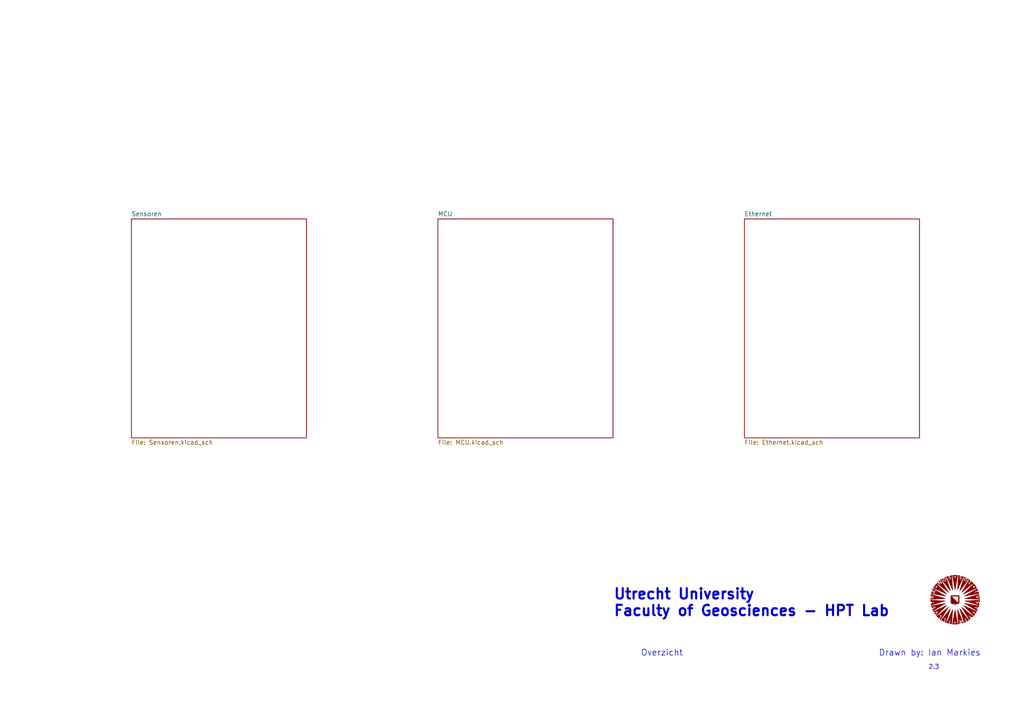
<source format=kicad_sch>
(kicad_sch (version 20211123) (generator eeschema)
  (paper "A4")
  (lib_symbols
    (symbol "HPT:LOGO" (pin_names (offset 1.016)))
  )
  (text "Overzicht" (at 198.12 190.5 180) (effects (font (size 1.75 1.75)) (justify right bottom)))
  (text "2.3" (at 269.24 194.31 0) (effects (font (size 1.27 1.27)) (justify left bottom)))
  (text "Utrecht University\nFaculty of Geosciences - HPT Lab" (at 177.8 179.07 0) (effects (font (size 3 3) (thickness 0.6) bold) (justify left bottom)))
  (text "Drawn by: Ian Markies" (at 284.48 190.5 180) (effects (font (size 1.75 1.75)) (justify right bottom)))
  (symbol (lib_id "HPT:LOGO") (at 276.86 173.99 0) (unit 1)
    (property "Reference" "#G1" (effects hide))
    (property "Value" "LOGO" (effects hide))
  )
  (sheet (at 127 63.5) (size 50.8 63.5) (stroke (width 0.1524))
    (property "Sheet name" "MCU" (at 127 62.7884 0) (effects (justify left bottom)))
    (property "Sheet file" "MCU.kicad_sch" (at 127 127.5846 0) (effects (justify left top)))
  )
  (sheet (at 215.9 63.5) (size 50.8 63.5) (stroke (width 0.1524))
    (property "Sheet name" "Ethernet" (at 215.9 62.7884 0) (effects (justify left bottom)))
    (property "Sheet file" "Ethernet.kicad_sch" (at 215.9 127.5846 0) (effects (justify left top)))
  )
  (sheet (at 38.1 63.5) (size 50.8 63.5) (stroke (width 0.1524))
    (property "Sheet name" "Sensoren" (at 38.1 62.7884 0) (effects (justify left bottom)))
    (property "Sheet file" "Sensoren.kicad_sch" (at 38.1 127.5846 0) (effects (justify left top)))
  )
)
</source>
